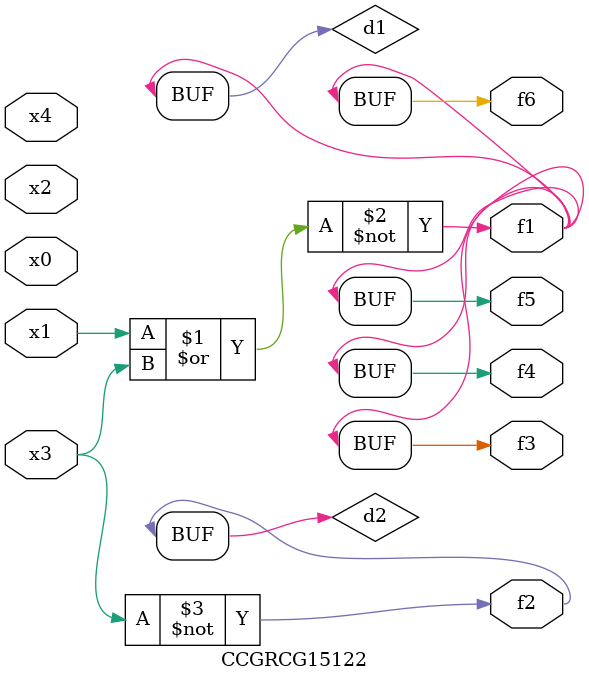
<source format=v>
module CCGRCG15122(
	input x0, x1, x2, x3, x4,
	output f1, f2, f3, f4, f5, f6
);

	wire d1, d2;

	nor (d1, x1, x3);
	not (d2, x3);
	assign f1 = d1;
	assign f2 = d2;
	assign f3 = d1;
	assign f4 = d1;
	assign f5 = d1;
	assign f6 = d1;
endmodule

</source>
